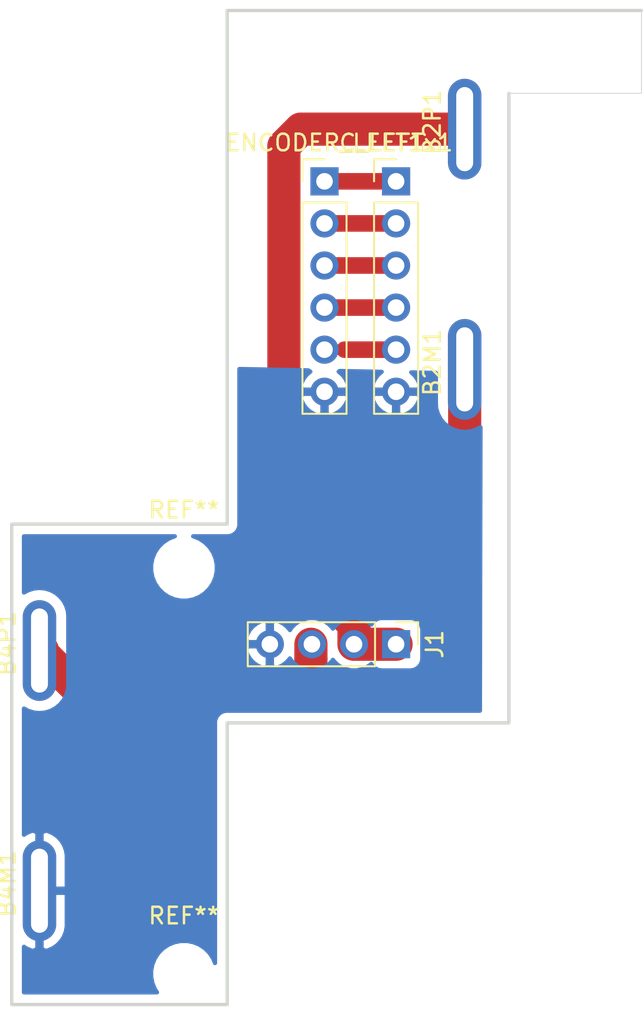
<source format=kicad_pcb>
(kicad_pcb (version 20171130) (host pcbnew 5.1.5-1.fc31)
  (layers (0 F.Cu signal) (31 B.Cu signal) (34 B.Paste user hide) (35 F.Paste user hide) (36 B.SilkS user hide) (37 F.SilkS user hide) (38 B.Mask user hide) (39 F.Mask user hide) (44 Edge.Cuts user))
  (net 0 "")
  (net 1 /VBAT_MID)
  (net 2 +BATT)
  (net 3 GND)
  (net 4 /LM1x)
  (net 5 /LM2x)
  (net 6 /L5V)
  (net 7 /LENCAx)
  (net 8 /LENCBx)
  (module MountingHole:MountingHole_2.5mm (layer F.Cu) (at 61.392122 93.140976)
    (fp_text reference REF** (at 0 -3.5) (layer F.SilkS))
    (fp_text value MountingHole_2.5mm)
    (pad 1 np_thru_hole circle (at 0 0) (size 2.5 2.5) (drill 2.5) (layers *.Cu *.Mask))
  )
  (module MountingHole:MountingHole_2.5mm (layer F.Cu) (at 56.392122 124.640976)
    (fp_text reference REF** (at 0 -3.5) (layer F.SilkS))
    (fp_text value MountingHole_2.5mm)
    (pad 1 np_thru_hole circle (at 0 0) (size 2.5 2.5) (drill 2.5) (layers *.Cu *.Mask))
  )
  (module MountingHole:MountingHole_2.5mm (layer F.Cu) (at 81.392122 93.140976)
    (fp_text reference REF** (at 0 -3.5) (layer F.SilkS))
    (fp_text value MountingHole_2.5mm)
    (pad 1 np_thru_hole circle (at 0 0) (size 2.5 2.5) (drill 2.5) (layers *.Cu *.Mask))
  )
  (module MountingHole:MountingHole_2.5mm (layer F.Cu) (at 56.392122 149.140976)
    (fp_text reference REF** (at 0 -3.5) (layer F.SilkS))
    (fp_text value MountingHole_2.5mm)
    (pad 1 np_thru_hole circle (at 0 0) (size 2.5 2.5) (drill 2.5) (layers *.Cu *.Mask))
  )
  (module Connector_PinHeader_2.54mm:PinHeader_1x06_P2.54mm_Vertical (layer F.Cu) (at 64.872122 101.310976)
    (fp_text reference ENCODER_LEFT1 (at 0 -2.33) (layer F.SilkS))
    (fp_text value Conn_01x06)
    (fp_line (start -1.33 14.03) (end 1.33 14.03) (layer F.SilkS) (width 0.12))
    (fp_line (start -1.33 1.27) (end -1.33 14.03) (layer F.SilkS) (width 0.12))
    (fp_line (start 1.33 1.27) (end 1.33 14.03) (layer F.SilkS) (width 0.12))
    (fp_line (start -1.33 1.27) (end 1.33 1.27) (layer F.SilkS) (width 0.12))
    (fp_line (start -1.33 0) (end -1.33 -1.33) (layer F.SilkS) (width 0.12))
    (fp_line (start -1.33 -1.33) (end 0 -1.33) (layer F.SilkS) (width 0.12))
    (pad 1 thru_hole rect (at 0 0) (size 1.7 1.7) (drill 1) (layers *.Cu *.Mask) (net 4 /LM1x))
    (pad 2 thru_hole oval (at 0 2.54) (size 1.7 1.7) (drill 1) (layers *.Cu *.Mask) (net 5 /LM2x))
    (pad 3 thru_hole oval (at 0 5.08) (size 1.7 1.7) (drill 1) (layers *.Cu *.Mask) (net 6 /L5V))
    (pad 4 thru_hole oval (at 0 7.62) (size 1.7 1.7) (drill 1) (layers *.Cu *.Mask) (net 7 /LENCAx))
    (pad 5 thru_hole oval (at 0 10.16) (size 1.7 1.7) (drill 1) (layers *.Cu *.Mask) (net 8 /LENCBx))
    (pad 6 thru_hole oval (at 0 12.7) (size 1.7 1.7) (drill 1) (layers *.Cu *.Mask) (net 3 GND))
  )
  (module teensy:romi_battery_tab (layer F.Cu) (at 73.332122 112.660976)
    (fp_text reference B2M1 (at -1.963366 -0.420879 90) (layer F.SilkS))
    (fp_text value BTAB hide)
    (pad 1 thru_hole oval (at 0 0) (size 2.02 6.08) (drill oval 1.02 5.08) (layers *.Cu *.Mask) (net 1 /VBAT_MID))
  )
  (module teensy:romi_battery_tab (layer F.Cu) (at 73.332122 98.160976)
    (fp_text reference B2P1 (at -1.963366 -0.420879 90) (layer F.SilkS))
    (fp_text value BTAB hide)
    (pad 1 thru_hole oval (at 0 0) (size 2.02 6.08) (drill oval 1.02 5.08) (layers *.Cu *.Mask) (net 2 +BATT))
  )
  (module teensy:romi_battery_tab (layer F.Cu) (at 47.672122 144.130976)
    (fp_text reference B4M1 (at -1.963366 -0.420879 90) (layer F.SilkS))
    (fp_text value BTAB hide)
    (pad 1 thru_hole oval (at 0 0) (size 2.02 6.08) (drill oval 1.02 5.08) (layers *.Cu *.Mask) (net 3 GND))
  )
  (module teensy:romi_battery_tab (layer F.Cu) (at 47.672122 129.630976)
    (fp_text reference B4P1 (at -1.963366 -0.420879 90) (layer F.SilkS))
    (fp_text value BTAB hide)
    (pad 1 thru_hole oval (at 0 0) (size 2.02 6.08) (drill oval 1.02 5.08) (layers *.Cu *.Mask) (net 1 /VBAT_MID))
  )
  (module Connector_PinHeader_2.54mm:PinHeader_1x06_P2.54mm_Vertical (layer F.Cu) (at 69.192122 101.310976)
    (fp_text reference C_LEFTx1 (at 0 -2.33) (layer F.SilkS))
    (fp_text value Conn_01x07)
    (fp_line (start -1.33 14.03) (end 1.33 14.03) (layer F.SilkS) (width 0.12))
    (fp_line (start -1.33 1.27) (end -1.33 14.03) (layer F.SilkS) (width 0.12))
    (fp_line (start 1.33 1.27) (end 1.33 14.03) (layer F.SilkS) (width 0.12))
    (fp_line (start -1.33 1.27) (end 1.33 1.27) (layer F.SilkS) (width 0.12))
    (fp_line (start -1.33 0) (end -1.33 -1.33) (layer F.SilkS) (width 0.12))
    (fp_line (start -1.33 -1.33) (end 0 -1.33) (layer F.SilkS) (width 0.12))
    (pad 1 thru_hole rect (at 0 0) (size 1.7 1.7) (drill 1) (layers *.Cu *.Mask) (net 4 /LM1x))
    (pad 2 thru_hole oval (at 0 2.54) (size 1.7 1.7) (drill 1) (layers *.Cu *.Mask) (net 5 /LM2x))
    (pad 3 thru_hole oval (at 0 5.08) (size 1.7 1.7) (drill 1) (layers *.Cu *.Mask) (net 6 /L5V))
    (pad 4 thru_hole oval (at 0 7.62) (size 1.7 1.7) (drill 1) (layers *.Cu *.Mask) (net 7 /LENCAx))
    (pad 5 thru_hole oval (at 0 10.16) (size 1.7 1.7) (drill 1) (layers *.Cu *.Mask) (net 8 /LENCBx))
    (pad 6 thru_hole oval (at 0 12.7) (size 1.7 1.7) (drill 1) (layers *.Cu *.Mask) (net 3 GND))
  )
  (module Connector_PinHeader_2.54mm:PinHeader_1x04_P2.54mm_Vertical (layer F.Cu) (at 69.192122 129.250976 270)
    (fp_text reference J1 (at 0 -2.33 90) (layer F.SilkS))
    (fp_text value Conn_01x04)
    (fp_line (start -1.33 8.95) (end 1.33 8.95) (layer F.SilkS) (width 0.12))
    (fp_line (start -1.33 1.27) (end -1.33 8.95) (layer F.SilkS) (width 0.12))
    (fp_line (start 1.33 1.27) (end 1.33 8.95) (layer F.SilkS) (width 0.12))
    (fp_line (start -1.33 1.27) (end 1.33 1.27) (layer F.SilkS) (width 0.12))
    (fp_line (start -1.33 0) (end -1.33 -1.33) (layer F.SilkS) (width 0.12))
    (fp_line (start -1.33 -1.33) (end 0 -1.33) (layer F.SilkS) (width 0.12))
    (pad 1 thru_hole rect (at 0 0 270) (size 1.7 1.7) (drill 1) (layers *.Cu *.Mask) (net 2 +BATT))
    (pad 2 thru_hole oval (at 0 2.54 270) (size 1.7 1.7) (drill 1) (layers *.Cu *.Mask) (net 2 +BATT))
    (pad 3 thru_hole oval (at 0 5.08 270) (size 1.7 1.7) (drill 1) (layers *.Cu *.Mask) (net 1 /VBAT_MID))
    (pad 4 thru_hole oval (at 0 7.62 270) (size 1.7 1.7) (drill 1) (layers *.Cu *.Mask) (net 3 GND))
  )
  (gr_line (start 84 96) (end 76 96) (layer Edge.Cuts) (width 0.05))
  (gr_line (start 84 91) (end 84 96) (layer Edge.Cuts) (width 0.05))
  (gr_line (start 76 134) (end 76 96) (layer Edge.Cuts) (width 0.2))
  (gr_line (start 59 134) (end 76 134) (layer Edge.Cuts) (width 0.2))
  (gr_line (start 59 151) (end 59 134) (layer Edge.Cuts) (width 0.2))
  (gr_line (start 46 151) (end 59 151) (layer Edge.Cuts) (width 0.2))
  (gr_line (start 46 122) (end 46 151) (layer Edge.Cuts) (width 0.2))
  (gr_line (start 59 122) (end 46 122) (layer Edge.Cuts) (width 0.2))
  (gr_line (start 59 91) (end 59 122) (layer Edge.Cuts) (width 0.2))
  (gr_line (start 84 91) (end 59 91) (layer Edge.Cuts) (width 0.2))
  (segment (start 47.854302 129.813156) (end 47.854302 129.630976) (width 2) (layer F.Cu) (net 1))
  (segment (start 49.892132 131.850986) (end 47.854302 129.813156) (width 2) (layer F.Cu) (net 1))
  (segment (start 73.332122 112.660976) (end 73.332122 129.690978) (width 2) (layer F.Cu) (net 1))
  (segment (start 73.332122 129.690978) (end 71.172114 131.850986) (width 2) (layer F.Cu) (net 1))
  (segment (start 64.052112 130.147888) (end 64.052112 129.250976) (width 2) (layer F.Cu) (net 1))
  (segment (start 64.049014 130.150986) (end 64.052112 130.147888) (width 2) (layer F.Cu) (net 1))
  (segment (start 64.049014 131.850986) (end 64.049014 130.150986) (width 2) (layer F.Cu) (net 1))
  (segment (start 64.049014 131.850986) (end 49.892132 131.850986) (width 2) (layer F.Cu) (net 1))
  (segment (start 71.172114 131.850986) (end 64.049014 131.850986) (width 2) (layer F.Cu) (net 1))
  (segment (start 66.652122 128.048895) (end 66.652122 129.250976) (width 2) (layer F.Cu) (net 2))
  (segment (start 62.422121 99.180975) (end 62.422121 123.818894) (width 2) (layer F.Cu) (net 2))
  (segment (start 62.422121 123.818894) (end 66.652122 128.048895) (width 2) (layer F.Cu) (net 2))
  (segment (start 63.44212 98.160976) (end 62.422121 99.180975) (width 2) (layer F.Cu) (net 2))
  (segment (start 73.332122 98.160976) (end 63.44212 98.160976) (width 2) (layer F.Cu) (net 2))
  (segment (start 66.652122 129.250976) (end 69.192122 129.250976) (width 2) (layer F.Cu) (net 2))
  (segment (start 64.872122 101.310976) (end 69.192122 101.310976) (width 1) (layer F.Cu) (net 4))
  (segment (start 64.872122 103.850976) (end 69.192122 103.850976) (width 1) (layer F.Cu) (net 5))
  (segment (start 64.872122 106.390976) (end 69.192122 106.390976) (width 1) (layer F.Cu) (net 6))
  (segment (start 64.872122 108.930976) (end 69.192122 108.930976) (width 1) (layer F.Cu) (net 7))
  (segment (start 66.074203 111.470976) (end 69.192122 111.470976) (width 1) (layer F.Cu) (net 8))
  (segment (start 64.872122 111.470976) (end 66.074203 111.470976) (width 0.25) (layer F.Cu) (net 8))
  (zone (net 3) (net_name GND) (layer B.Cu) (connect_pads (clearance 0.508)) (min_thickness 0.254) (fill yes (arc_segments 32) (thermal_gap 0.508) (thermal_bridge_width 0.508))
    (polygon (pts (xy 74.34 152.12) (xy 45.91 151.64) (xy 45.29 120.95) (xy 51.07 112.34) (xy 74.42 112.8)))
  )
)
</source>
